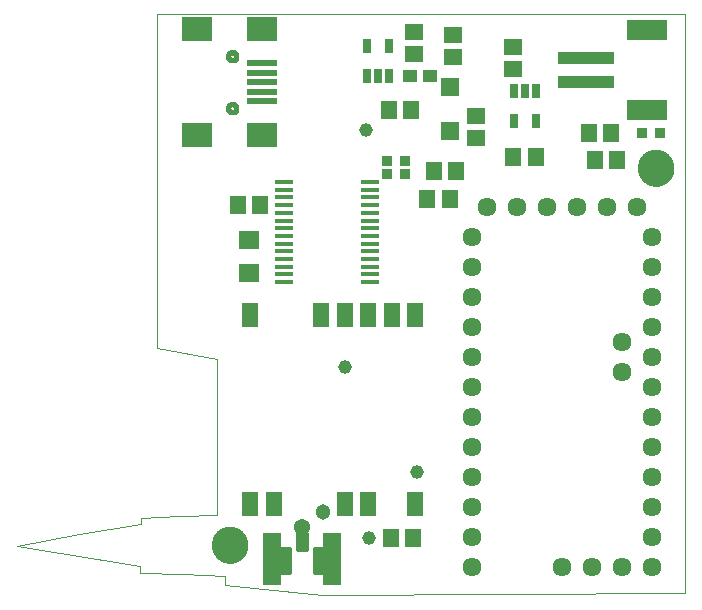
<source format=gts>
G75*
%MOIN*%
%OFA0B0*%
%FSLAX25Y25*%
%IPPOS*%
%LPD*%
%AMOC8*
5,1,8,0,0,1.08239X$1,22.5*
%
%ADD10C,0.00000*%
%ADD11C,0.12211*%
%ADD12R,0.05518X0.06306*%
%ADD13R,0.06699X0.05912*%
%ADD14R,0.03550X0.03550*%
%ADD15C,0.06337*%
%ADD16R,0.05900X0.01770*%
%ADD17C,0.01614*%
%ADD18R,0.10243X0.02369*%
%ADD19R,0.10243X0.08274*%
%ADD20R,0.02565X0.05124*%
%ADD21R,0.06306X0.05518*%
%ADD22R,0.18510X0.04337*%
%ADD23R,0.13786X0.06699*%
%ADD24R,0.05400X0.08274*%
%ADD25R,0.05912X0.05912*%
%ADD26R,0.04731X0.04337*%
%ADD27C,0.00880*%
%ADD28C,0.05400*%
%ADD29R,0.06400X0.17400*%
%ADD30C,0.05124*%
%ADD31C,0.04534*%
D10*
X0004557Y0022435D02*
X0025391Y0026394D01*
X0045891Y0030019D01*
X0045960Y0031852D01*
X0046030Y0032019D01*
X0058794Y0032505D01*
X0071224Y0032991D01*
X0071200Y0032985D02*
X0071225Y0058990D01*
X0071224Y0058963D02*
X0071224Y0084935D01*
X0051224Y0088685D01*
X0051224Y0199797D01*
X0227474Y0199797D01*
X0227474Y0006741D01*
X0166919Y0006394D01*
X0106363Y0006047D01*
X0074002Y0009419D01*
X0074002Y0012574D01*
X0059905Y0013130D01*
X0045807Y0013685D01*
X0045807Y0015908D01*
X0004557Y0022435D01*
X0069653Y0022850D02*
X0069655Y0023003D01*
X0069661Y0023157D01*
X0069671Y0023310D01*
X0069685Y0023462D01*
X0069703Y0023615D01*
X0069725Y0023766D01*
X0069750Y0023917D01*
X0069780Y0024068D01*
X0069814Y0024218D01*
X0069851Y0024366D01*
X0069892Y0024514D01*
X0069937Y0024660D01*
X0069986Y0024806D01*
X0070039Y0024950D01*
X0070095Y0025092D01*
X0070155Y0025233D01*
X0070219Y0025373D01*
X0070286Y0025511D01*
X0070357Y0025647D01*
X0070432Y0025781D01*
X0070509Y0025913D01*
X0070591Y0026043D01*
X0070675Y0026171D01*
X0070763Y0026297D01*
X0070854Y0026420D01*
X0070948Y0026541D01*
X0071046Y0026659D01*
X0071146Y0026775D01*
X0071250Y0026888D01*
X0071356Y0026999D01*
X0071465Y0027107D01*
X0071577Y0027212D01*
X0071691Y0027313D01*
X0071809Y0027412D01*
X0071928Y0027508D01*
X0072050Y0027601D01*
X0072175Y0027690D01*
X0072302Y0027777D01*
X0072431Y0027859D01*
X0072562Y0027939D01*
X0072695Y0028015D01*
X0072830Y0028088D01*
X0072967Y0028157D01*
X0073106Y0028222D01*
X0073246Y0028284D01*
X0073388Y0028342D01*
X0073531Y0028397D01*
X0073676Y0028448D01*
X0073822Y0028495D01*
X0073969Y0028538D01*
X0074117Y0028577D01*
X0074266Y0028613D01*
X0074416Y0028644D01*
X0074567Y0028672D01*
X0074718Y0028696D01*
X0074871Y0028716D01*
X0075023Y0028732D01*
X0075176Y0028744D01*
X0075329Y0028752D01*
X0075482Y0028756D01*
X0075636Y0028756D01*
X0075789Y0028752D01*
X0075942Y0028744D01*
X0076095Y0028732D01*
X0076247Y0028716D01*
X0076400Y0028696D01*
X0076551Y0028672D01*
X0076702Y0028644D01*
X0076852Y0028613D01*
X0077001Y0028577D01*
X0077149Y0028538D01*
X0077296Y0028495D01*
X0077442Y0028448D01*
X0077587Y0028397D01*
X0077730Y0028342D01*
X0077872Y0028284D01*
X0078012Y0028222D01*
X0078151Y0028157D01*
X0078288Y0028088D01*
X0078423Y0028015D01*
X0078556Y0027939D01*
X0078687Y0027859D01*
X0078816Y0027777D01*
X0078943Y0027690D01*
X0079068Y0027601D01*
X0079190Y0027508D01*
X0079309Y0027412D01*
X0079427Y0027313D01*
X0079541Y0027212D01*
X0079653Y0027107D01*
X0079762Y0026999D01*
X0079868Y0026888D01*
X0079972Y0026775D01*
X0080072Y0026659D01*
X0080170Y0026541D01*
X0080264Y0026420D01*
X0080355Y0026297D01*
X0080443Y0026171D01*
X0080527Y0026043D01*
X0080609Y0025913D01*
X0080686Y0025781D01*
X0080761Y0025647D01*
X0080832Y0025511D01*
X0080899Y0025373D01*
X0080963Y0025233D01*
X0081023Y0025092D01*
X0081079Y0024950D01*
X0081132Y0024806D01*
X0081181Y0024660D01*
X0081226Y0024514D01*
X0081267Y0024366D01*
X0081304Y0024218D01*
X0081338Y0024068D01*
X0081368Y0023917D01*
X0081393Y0023766D01*
X0081415Y0023615D01*
X0081433Y0023462D01*
X0081447Y0023310D01*
X0081457Y0023157D01*
X0081463Y0023003D01*
X0081465Y0022850D01*
X0081463Y0022697D01*
X0081457Y0022543D01*
X0081447Y0022390D01*
X0081433Y0022238D01*
X0081415Y0022085D01*
X0081393Y0021934D01*
X0081368Y0021783D01*
X0081338Y0021632D01*
X0081304Y0021482D01*
X0081267Y0021334D01*
X0081226Y0021186D01*
X0081181Y0021040D01*
X0081132Y0020894D01*
X0081079Y0020750D01*
X0081023Y0020608D01*
X0080963Y0020467D01*
X0080899Y0020327D01*
X0080832Y0020189D01*
X0080761Y0020053D01*
X0080686Y0019919D01*
X0080609Y0019787D01*
X0080527Y0019657D01*
X0080443Y0019529D01*
X0080355Y0019403D01*
X0080264Y0019280D01*
X0080170Y0019159D01*
X0080072Y0019041D01*
X0079972Y0018925D01*
X0079868Y0018812D01*
X0079762Y0018701D01*
X0079653Y0018593D01*
X0079541Y0018488D01*
X0079427Y0018387D01*
X0079309Y0018288D01*
X0079190Y0018192D01*
X0079068Y0018099D01*
X0078943Y0018010D01*
X0078816Y0017923D01*
X0078687Y0017841D01*
X0078556Y0017761D01*
X0078423Y0017685D01*
X0078288Y0017612D01*
X0078151Y0017543D01*
X0078012Y0017478D01*
X0077872Y0017416D01*
X0077730Y0017358D01*
X0077587Y0017303D01*
X0077442Y0017252D01*
X0077296Y0017205D01*
X0077149Y0017162D01*
X0077001Y0017123D01*
X0076852Y0017087D01*
X0076702Y0017056D01*
X0076551Y0017028D01*
X0076400Y0017004D01*
X0076247Y0016984D01*
X0076095Y0016968D01*
X0075942Y0016956D01*
X0075789Y0016948D01*
X0075636Y0016944D01*
X0075482Y0016944D01*
X0075329Y0016948D01*
X0075176Y0016956D01*
X0075023Y0016968D01*
X0074871Y0016984D01*
X0074718Y0017004D01*
X0074567Y0017028D01*
X0074416Y0017056D01*
X0074266Y0017087D01*
X0074117Y0017123D01*
X0073969Y0017162D01*
X0073822Y0017205D01*
X0073676Y0017252D01*
X0073531Y0017303D01*
X0073388Y0017358D01*
X0073246Y0017416D01*
X0073106Y0017478D01*
X0072967Y0017543D01*
X0072830Y0017612D01*
X0072695Y0017685D01*
X0072562Y0017761D01*
X0072431Y0017841D01*
X0072302Y0017923D01*
X0072175Y0018010D01*
X0072050Y0018099D01*
X0071928Y0018192D01*
X0071809Y0018288D01*
X0071691Y0018387D01*
X0071577Y0018488D01*
X0071465Y0018593D01*
X0071356Y0018701D01*
X0071250Y0018812D01*
X0071146Y0018925D01*
X0071046Y0019041D01*
X0070948Y0019159D01*
X0070854Y0019280D01*
X0070763Y0019403D01*
X0070675Y0019529D01*
X0070591Y0019657D01*
X0070509Y0019787D01*
X0070432Y0019919D01*
X0070357Y0020053D01*
X0070286Y0020189D01*
X0070219Y0020327D01*
X0070155Y0020467D01*
X0070095Y0020608D01*
X0070039Y0020750D01*
X0069986Y0020894D01*
X0069937Y0021040D01*
X0069892Y0021186D01*
X0069851Y0021334D01*
X0069814Y0021482D01*
X0069780Y0021632D01*
X0069750Y0021783D01*
X0069725Y0021934D01*
X0069703Y0022085D01*
X0069685Y0022238D01*
X0069671Y0022390D01*
X0069661Y0022543D01*
X0069655Y0022697D01*
X0069653Y0022850D01*
X0211639Y0148504D02*
X0211641Y0148657D01*
X0211647Y0148811D01*
X0211657Y0148964D01*
X0211671Y0149116D01*
X0211689Y0149269D01*
X0211711Y0149420D01*
X0211736Y0149571D01*
X0211766Y0149722D01*
X0211800Y0149872D01*
X0211837Y0150020D01*
X0211878Y0150168D01*
X0211923Y0150314D01*
X0211972Y0150460D01*
X0212025Y0150604D01*
X0212081Y0150746D01*
X0212141Y0150887D01*
X0212205Y0151027D01*
X0212272Y0151165D01*
X0212343Y0151301D01*
X0212418Y0151435D01*
X0212495Y0151567D01*
X0212577Y0151697D01*
X0212661Y0151825D01*
X0212749Y0151951D01*
X0212840Y0152074D01*
X0212934Y0152195D01*
X0213032Y0152313D01*
X0213132Y0152429D01*
X0213236Y0152542D01*
X0213342Y0152653D01*
X0213451Y0152761D01*
X0213563Y0152866D01*
X0213677Y0152967D01*
X0213795Y0153066D01*
X0213914Y0153162D01*
X0214036Y0153255D01*
X0214161Y0153344D01*
X0214288Y0153431D01*
X0214417Y0153513D01*
X0214548Y0153593D01*
X0214681Y0153669D01*
X0214816Y0153742D01*
X0214953Y0153811D01*
X0215092Y0153876D01*
X0215232Y0153938D01*
X0215374Y0153996D01*
X0215517Y0154051D01*
X0215662Y0154102D01*
X0215808Y0154149D01*
X0215955Y0154192D01*
X0216103Y0154231D01*
X0216252Y0154267D01*
X0216402Y0154298D01*
X0216553Y0154326D01*
X0216704Y0154350D01*
X0216857Y0154370D01*
X0217009Y0154386D01*
X0217162Y0154398D01*
X0217315Y0154406D01*
X0217468Y0154410D01*
X0217622Y0154410D01*
X0217775Y0154406D01*
X0217928Y0154398D01*
X0218081Y0154386D01*
X0218233Y0154370D01*
X0218386Y0154350D01*
X0218537Y0154326D01*
X0218688Y0154298D01*
X0218838Y0154267D01*
X0218987Y0154231D01*
X0219135Y0154192D01*
X0219282Y0154149D01*
X0219428Y0154102D01*
X0219573Y0154051D01*
X0219716Y0153996D01*
X0219858Y0153938D01*
X0219998Y0153876D01*
X0220137Y0153811D01*
X0220274Y0153742D01*
X0220409Y0153669D01*
X0220542Y0153593D01*
X0220673Y0153513D01*
X0220802Y0153431D01*
X0220929Y0153344D01*
X0221054Y0153255D01*
X0221176Y0153162D01*
X0221295Y0153066D01*
X0221413Y0152967D01*
X0221527Y0152866D01*
X0221639Y0152761D01*
X0221748Y0152653D01*
X0221854Y0152542D01*
X0221958Y0152429D01*
X0222058Y0152313D01*
X0222156Y0152195D01*
X0222250Y0152074D01*
X0222341Y0151951D01*
X0222429Y0151825D01*
X0222513Y0151697D01*
X0222595Y0151567D01*
X0222672Y0151435D01*
X0222747Y0151301D01*
X0222818Y0151165D01*
X0222885Y0151027D01*
X0222949Y0150887D01*
X0223009Y0150746D01*
X0223065Y0150604D01*
X0223118Y0150460D01*
X0223167Y0150314D01*
X0223212Y0150168D01*
X0223253Y0150020D01*
X0223290Y0149872D01*
X0223324Y0149722D01*
X0223354Y0149571D01*
X0223379Y0149420D01*
X0223401Y0149269D01*
X0223419Y0149116D01*
X0223433Y0148964D01*
X0223443Y0148811D01*
X0223449Y0148657D01*
X0223451Y0148504D01*
X0223449Y0148351D01*
X0223443Y0148197D01*
X0223433Y0148044D01*
X0223419Y0147892D01*
X0223401Y0147739D01*
X0223379Y0147588D01*
X0223354Y0147437D01*
X0223324Y0147286D01*
X0223290Y0147136D01*
X0223253Y0146988D01*
X0223212Y0146840D01*
X0223167Y0146694D01*
X0223118Y0146548D01*
X0223065Y0146404D01*
X0223009Y0146262D01*
X0222949Y0146121D01*
X0222885Y0145981D01*
X0222818Y0145843D01*
X0222747Y0145707D01*
X0222672Y0145573D01*
X0222595Y0145441D01*
X0222513Y0145311D01*
X0222429Y0145183D01*
X0222341Y0145057D01*
X0222250Y0144934D01*
X0222156Y0144813D01*
X0222058Y0144695D01*
X0221958Y0144579D01*
X0221854Y0144466D01*
X0221748Y0144355D01*
X0221639Y0144247D01*
X0221527Y0144142D01*
X0221413Y0144041D01*
X0221295Y0143942D01*
X0221176Y0143846D01*
X0221054Y0143753D01*
X0220929Y0143664D01*
X0220802Y0143577D01*
X0220673Y0143495D01*
X0220542Y0143415D01*
X0220409Y0143339D01*
X0220274Y0143266D01*
X0220137Y0143197D01*
X0219998Y0143132D01*
X0219858Y0143070D01*
X0219716Y0143012D01*
X0219573Y0142957D01*
X0219428Y0142906D01*
X0219282Y0142859D01*
X0219135Y0142816D01*
X0218987Y0142777D01*
X0218838Y0142741D01*
X0218688Y0142710D01*
X0218537Y0142682D01*
X0218386Y0142658D01*
X0218233Y0142638D01*
X0218081Y0142622D01*
X0217928Y0142610D01*
X0217775Y0142602D01*
X0217622Y0142598D01*
X0217468Y0142598D01*
X0217315Y0142602D01*
X0217162Y0142610D01*
X0217009Y0142622D01*
X0216857Y0142638D01*
X0216704Y0142658D01*
X0216553Y0142682D01*
X0216402Y0142710D01*
X0216252Y0142741D01*
X0216103Y0142777D01*
X0215955Y0142816D01*
X0215808Y0142859D01*
X0215662Y0142906D01*
X0215517Y0142957D01*
X0215374Y0143012D01*
X0215232Y0143070D01*
X0215092Y0143132D01*
X0214953Y0143197D01*
X0214816Y0143266D01*
X0214681Y0143339D01*
X0214548Y0143415D01*
X0214417Y0143495D01*
X0214288Y0143577D01*
X0214161Y0143664D01*
X0214036Y0143753D01*
X0213914Y0143846D01*
X0213795Y0143942D01*
X0213677Y0144041D01*
X0213563Y0144142D01*
X0213451Y0144247D01*
X0213342Y0144355D01*
X0213236Y0144466D01*
X0213132Y0144579D01*
X0213032Y0144695D01*
X0212934Y0144813D01*
X0212840Y0144934D01*
X0212749Y0145057D01*
X0212661Y0145183D01*
X0212577Y0145311D01*
X0212495Y0145441D01*
X0212418Y0145573D01*
X0212343Y0145707D01*
X0212272Y0145843D01*
X0212205Y0145981D01*
X0212141Y0146121D01*
X0212081Y0146262D01*
X0212025Y0146404D01*
X0211972Y0146548D01*
X0211923Y0146694D01*
X0211878Y0146840D01*
X0211837Y0146988D01*
X0211800Y0147136D01*
X0211766Y0147286D01*
X0211736Y0147437D01*
X0211711Y0147588D01*
X0211689Y0147739D01*
X0211671Y0147892D01*
X0211657Y0148044D01*
X0211647Y0148197D01*
X0211641Y0148351D01*
X0211639Y0148504D01*
D11*
X0217545Y0148504D03*
X0075559Y0022850D03*
D12*
X0129160Y0025185D03*
X0136640Y0025185D03*
X0085640Y0136185D03*
X0078160Y0136185D03*
X0128551Y0167724D03*
X0136031Y0167724D03*
X0143537Y0147568D03*
X0151017Y0147568D03*
X0148818Y0138356D03*
X0141337Y0138356D03*
X0170060Y0152085D03*
X0177540Y0152085D03*
X0195160Y0160185D03*
X0202640Y0160185D03*
X0204640Y0151185D03*
X0197160Y0151185D03*
D13*
X0081900Y0124697D03*
X0081900Y0113674D03*
D14*
X0128147Y0146585D03*
X0127947Y0150985D03*
X0133853Y0150985D03*
X0134053Y0146585D03*
X0212947Y0160185D03*
X0218853Y0160185D03*
D15*
X0211449Y0135500D03*
X0201449Y0135500D03*
X0191449Y0135500D03*
X0181449Y0135500D03*
X0171449Y0135500D03*
X0161449Y0135500D03*
X0156449Y0125500D03*
X0156449Y0115500D03*
X0156449Y0105500D03*
X0156449Y0095500D03*
X0156449Y0085500D03*
X0156449Y0075500D03*
X0156449Y0065500D03*
X0156449Y0055500D03*
X0156449Y0045500D03*
X0156449Y0035500D03*
X0156449Y0025500D03*
X0156449Y0015500D03*
X0186449Y0015500D03*
X0196449Y0015500D03*
X0206449Y0015500D03*
X0216449Y0015500D03*
X0216449Y0025500D03*
X0216449Y0035500D03*
X0216449Y0045500D03*
X0216449Y0055500D03*
X0216449Y0065500D03*
X0216449Y0075500D03*
X0206449Y0080500D03*
X0216449Y0085500D03*
X0206449Y0090500D03*
X0216449Y0095500D03*
X0216449Y0105500D03*
X0216449Y0115500D03*
X0216449Y0125500D03*
D16*
X0122294Y0125906D03*
X0122294Y0123347D03*
X0122294Y0120788D03*
X0122294Y0118229D03*
X0122294Y0115670D03*
X0122294Y0113111D03*
X0122294Y0110552D03*
X0122294Y0128465D03*
X0122294Y0131024D03*
X0122294Y0133583D03*
X0122294Y0136142D03*
X0122294Y0138701D03*
X0122294Y0141260D03*
X0122294Y0143819D03*
X0093506Y0143819D03*
X0093506Y0141260D03*
X0093506Y0138701D03*
X0093506Y0136142D03*
X0093506Y0133583D03*
X0093506Y0131024D03*
X0093506Y0128465D03*
X0093506Y0125906D03*
X0093506Y0123347D03*
X0093506Y0120788D03*
X0093506Y0118229D03*
X0093506Y0115670D03*
X0093506Y0113111D03*
X0093506Y0110552D03*
D17*
X0074993Y0168432D02*
X0074995Y0168506D01*
X0075001Y0168580D01*
X0075011Y0168653D01*
X0075025Y0168726D01*
X0075042Y0168798D01*
X0075064Y0168868D01*
X0075089Y0168938D01*
X0075118Y0169006D01*
X0075151Y0169072D01*
X0075187Y0169137D01*
X0075227Y0169199D01*
X0075269Y0169260D01*
X0075315Y0169318D01*
X0075364Y0169373D01*
X0075416Y0169426D01*
X0075471Y0169476D01*
X0075528Y0169522D01*
X0075588Y0169566D01*
X0075650Y0169606D01*
X0075714Y0169643D01*
X0075780Y0169677D01*
X0075848Y0169707D01*
X0075917Y0169733D01*
X0075988Y0169756D01*
X0076059Y0169774D01*
X0076132Y0169789D01*
X0076205Y0169800D01*
X0076279Y0169807D01*
X0076353Y0169810D01*
X0076426Y0169809D01*
X0076500Y0169804D01*
X0076574Y0169795D01*
X0076647Y0169782D01*
X0076719Y0169765D01*
X0076790Y0169745D01*
X0076860Y0169720D01*
X0076928Y0169692D01*
X0076995Y0169661D01*
X0077060Y0169625D01*
X0077123Y0169587D01*
X0077184Y0169545D01*
X0077243Y0169499D01*
X0077299Y0169451D01*
X0077352Y0169400D01*
X0077402Y0169346D01*
X0077450Y0169289D01*
X0077494Y0169230D01*
X0077536Y0169168D01*
X0077574Y0169105D01*
X0077608Y0169039D01*
X0077639Y0168972D01*
X0077666Y0168903D01*
X0077689Y0168833D01*
X0077709Y0168762D01*
X0077725Y0168689D01*
X0077737Y0168616D01*
X0077745Y0168543D01*
X0077749Y0168469D01*
X0077749Y0168395D01*
X0077745Y0168321D01*
X0077737Y0168248D01*
X0077725Y0168175D01*
X0077709Y0168102D01*
X0077689Y0168031D01*
X0077666Y0167961D01*
X0077639Y0167892D01*
X0077608Y0167825D01*
X0077574Y0167759D01*
X0077536Y0167696D01*
X0077494Y0167634D01*
X0077450Y0167575D01*
X0077402Y0167518D01*
X0077352Y0167464D01*
X0077299Y0167413D01*
X0077243Y0167365D01*
X0077184Y0167319D01*
X0077123Y0167277D01*
X0077060Y0167239D01*
X0076995Y0167203D01*
X0076928Y0167172D01*
X0076860Y0167144D01*
X0076790Y0167119D01*
X0076719Y0167099D01*
X0076647Y0167082D01*
X0076574Y0167069D01*
X0076500Y0167060D01*
X0076426Y0167055D01*
X0076353Y0167054D01*
X0076279Y0167057D01*
X0076205Y0167064D01*
X0076132Y0167075D01*
X0076059Y0167090D01*
X0075988Y0167108D01*
X0075917Y0167131D01*
X0075848Y0167157D01*
X0075780Y0167187D01*
X0075714Y0167221D01*
X0075650Y0167258D01*
X0075588Y0167298D01*
X0075528Y0167342D01*
X0075471Y0167388D01*
X0075416Y0167438D01*
X0075364Y0167491D01*
X0075315Y0167546D01*
X0075269Y0167604D01*
X0075227Y0167665D01*
X0075187Y0167727D01*
X0075151Y0167792D01*
X0075118Y0167858D01*
X0075089Y0167926D01*
X0075064Y0167996D01*
X0075042Y0168066D01*
X0075025Y0168138D01*
X0075011Y0168211D01*
X0075001Y0168284D01*
X0074995Y0168358D01*
X0074993Y0168432D01*
X0074993Y0185755D02*
X0074995Y0185829D01*
X0075001Y0185903D01*
X0075011Y0185976D01*
X0075025Y0186049D01*
X0075042Y0186121D01*
X0075064Y0186191D01*
X0075089Y0186261D01*
X0075118Y0186329D01*
X0075151Y0186395D01*
X0075187Y0186460D01*
X0075227Y0186522D01*
X0075269Y0186583D01*
X0075315Y0186641D01*
X0075364Y0186696D01*
X0075416Y0186749D01*
X0075471Y0186799D01*
X0075528Y0186845D01*
X0075588Y0186889D01*
X0075650Y0186929D01*
X0075714Y0186966D01*
X0075780Y0187000D01*
X0075848Y0187030D01*
X0075917Y0187056D01*
X0075988Y0187079D01*
X0076059Y0187097D01*
X0076132Y0187112D01*
X0076205Y0187123D01*
X0076279Y0187130D01*
X0076353Y0187133D01*
X0076426Y0187132D01*
X0076500Y0187127D01*
X0076574Y0187118D01*
X0076647Y0187105D01*
X0076719Y0187088D01*
X0076790Y0187068D01*
X0076860Y0187043D01*
X0076928Y0187015D01*
X0076995Y0186984D01*
X0077060Y0186948D01*
X0077123Y0186910D01*
X0077184Y0186868D01*
X0077243Y0186822D01*
X0077299Y0186774D01*
X0077352Y0186723D01*
X0077402Y0186669D01*
X0077450Y0186612D01*
X0077494Y0186553D01*
X0077536Y0186491D01*
X0077574Y0186428D01*
X0077608Y0186362D01*
X0077639Y0186295D01*
X0077666Y0186226D01*
X0077689Y0186156D01*
X0077709Y0186085D01*
X0077725Y0186012D01*
X0077737Y0185939D01*
X0077745Y0185866D01*
X0077749Y0185792D01*
X0077749Y0185718D01*
X0077745Y0185644D01*
X0077737Y0185571D01*
X0077725Y0185498D01*
X0077709Y0185425D01*
X0077689Y0185354D01*
X0077666Y0185284D01*
X0077639Y0185215D01*
X0077608Y0185148D01*
X0077574Y0185082D01*
X0077536Y0185019D01*
X0077494Y0184957D01*
X0077450Y0184898D01*
X0077402Y0184841D01*
X0077352Y0184787D01*
X0077299Y0184736D01*
X0077243Y0184688D01*
X0077184Y0184642D01*
X0077123Y0184600D01*
X0077060Y0184562D01*
X0076995Y0184526D01*
X0076928Y0184495D01*
X0076860Y0184467D01*
X0076790Y0184442D01*
X0076719Y0184422D01*
X0076647Y0184405D01*
X0076574Y0184392D01*
X0076500Y0184383D01*
X0076426Y0184378D01*
X0076353Y0184377D01*
X0076279Y0184380D01*
X0076205Y0184387D01*
X0076132Y0184398D01*
X0076059Y0184413D01*
X0075988Y0184431D01*
X0075917Y0184454D01*
X0075848Y0184480D01*
X0075780Y0184510D01*
X0075714Y0184544D01*
X0075650Y0184581D01*
X0075588Y0184621D01*
X0075528Y0184665D01*
X0075471Y0184711D01*
X0075416Y0184761D01*
X0075364Y0184814D01*
X0075315Y0184869D01*
X0075269Y0184927D01*
X0075227Y0184988D01*
X0075187Y0185050D01*
X0075151Y0185115D01*
X0075118Y0185181D01*
X0075089Y0185249D01*
X0075064Y0185319D01*
X0075042Y0185389D01*
X0075025Y0185461D01*
X0075011Y0185534D01*
X0075001Y0185607D01*
X0074995Y0185681D01*
X0074993Y0185755D01*
D18*
X0086213Y0183393D03*
X0086213Y0180243D03*
X0086213Y0177094D03*
X0086213Y0173944D03*
X0086213Y0170795D03*
D19*
X0086213Y0159377D03*
X0064560Y0159377D03*
X0064560Y0194810D03*
X0086213Y0194810D03*
D20*
X0121160Y0189304D03*
X0128640Y0189304D03*
X0128640Y0179067D03*
X0124900Y0179067D03*
X0121160Y0179067D03*
X0170160Y0174304D03*
X0173900Y0174304D03*
X0177640Y0174304D03*
X0177640Y0164067D03*
X0170160Y0164067D03*
D21*
X0157585Y0165926D03*
X0157585Y0158445D03*
X0169900Y0181445D03*
X0169900Y0188926D03*
X0149900Y0185445D03*
X0149900Y0192926D03*
X0136900Y0193926D03*
X0136900Y0186445D03*
D22*
X0194333Y0185122D03*
X0194333Y0177248D03*
D23*
X0214806Y0167800D03*
X0214806Y0194571D03*
D24*
X0137459Y0099431D03*
X0129585Y0099461D03*
X0121711Y0099439D03*
X0113885Y0099461D03*
X0105963Y0099431D03*
X0082341Y0099461D03*
X0082341Y0036439D03*
X0090215Y0036439D03*
X0113837Y0036439D03*
X0121711Y0036439D03*
X0137459Y0036431D03*
D25*
X0148900Y0160902D03*
X0148900Y0175469D03*
D26*
X0142246Y0179185D03*
X0135554Y0179185D03*
D27*
X0101360Y0026874D02*
X0101360Y0021354D01*
X0097840Y0021354D01*
X0097840Y0026874D01*
X0101360Y0026874D01*
X0101360Y0022233D02*
X0097840Y0022233D01*
X0097840Y0023112D02*
X0101360Y0023112D01*
X0101360Y0023991D02*
X0097840Y0023991D01*
X0097840Y0024870D02*
X0101360Y0024870D01*
X0101360Y0025749D02*
X0097840Y0025749D01*
X0097840Y0026628D02*
X0101360Y0026628D01*
X0107148Y0021825D02*
X0107148Y0013645D01*
X0103628Y0013645D01*
X0103628Y0021825D01*
X0107148Y0021825D01*
X0107148Y0014524D02*
X0103628Y0014524D01*
X0103628Y0015403D02*
X0107148Y0015403D01*
X0107148Y0016282D02*
X0103628Y0016282D01*
X0103628Y0017161D02*
X0107148Y0017161D01*
X0107148Y0018040D02*
X0103628Y0018040D01*
X0103628Y0018919D02*
X0107148Y0018919D01*
X0107148Y0019798D02*
X0103628Y0019798D01*
X0103628Y0020677D02*
X0107148Y0020677D01*
X0107148Y0021556D02*
X0103628Y0021556D01*
X0095572Y0021825D02*
X0095572Y0013645D01*
X0092052Y0013645D01*
X0092052Y0021825D01*
X0095572Y0021825D01*
X0095572Y0014524D02*
X0092052Y0014524D01*
X0092052Y0015403D02*
X0095572Y0015403D01*
X0095572Y0016282D02*
X0092052Y0016282D01*
X0092052Y0017161D02*
X0095572Y0017161D01*
X0095572Y0018040D02*
X0092052Y0018040D01*
X0092052Y0018919D02*
X0095572Y0018919D01*
X0095572Y0019798D02*
X0092052Y0019798D01*
X0092052Y0020677D02*
X0095572Y0020677D01*
X0095572Y0021556D02*
X0092052Y0021556D01*
D28*
X0099600Y0028985D03*
D29*
X0089600Y0018235D03*
X0109600Y0018235D03*
D30*
X0106556Y0033849D03*
D31*
X0121900Y0025185D03*
X0137900Y0047185D03*
X0113900Y0082185D03*
X0120900Y0161185D03*
M02*

</source>
